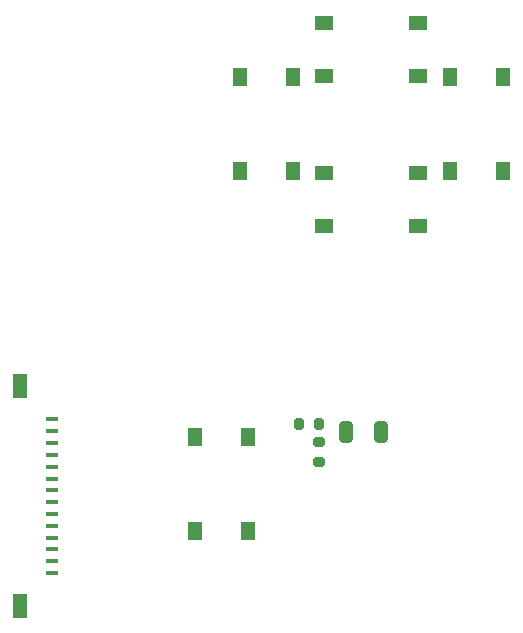
<source format=gtp>
%TF.GenerationSoftware,KiCad,Pcbnew,7.0.2-0*%
%TF.CreationDate,2025-01-26T18:28:18-07:00*%
%TF.ProjectId,RightMB,52696768-744d-4422-9e6b-696361645f70,rev?*%
%TF.SameCoordinates,Original*%
%TF.FileFunction,Paste,Top*%
%TF.FilePolarity,Positive*%
%FSLAX46Y46*%
G04 Gerber Fmt 4.6, Leading zero omitted, Abs format (unit mm)*
G04 Created by KiCad (PCBNEW 7.0.2-0) date 2025-01-26 18:28:18*
%MOMM*%
%LPD*%
G01*
G04 APERTURE LIST*
G04 Aperture macros list*
%AMRoundRect*
0 Rectangle with rounded corners*
0 $1 Rounding radius*
0 $2 $3 $4 $5 $6 $7 $8 $9 X,Y pos of 4 corners*
0 Add a 4 corners polygon primitive as box body*
4,1,4,$2,$3,$4,$5,$6,$7,$8,$9,$2,$3,0*
0 Add four circle primitives for the rounded corners*
1,1,$1+$1,$2,$3*
1,1,$1+$1,$4,$5*
1,1,$1+$1,$6,$7*
1,1,$1+$1,$8,$9*
0 Add four rect primitives between the rounded corners*
20,1,$1+$1,$2,$3,$4,$5,0*
20,1,$1+$1,$4,$5,$6,$7,0*
20,1,$1+$1,$6,$7,$8,$9,0*
20,1,$1+$1,$8,$9,$2,$3,0*%
G04 Aperture macros list end*
%ADD10R,1.300000X1.550000*%
%ADD11RoundRect,0.250000X-0.325000X-0.650000X0.325000X-0.650000X0.325000X0.650000X-0.325000X0.650000X0*%
%ADD12RoundRect,0.200000X0.275000X-0.200000X0.275000X0.200000X-0.275000X0.200000X-0.275000X-0.200000X0*%
%ADD13RoundRect,0.200000X-0.200000X-0.275000X0.200000X-0.275000X0.200000X0.275000X-0.200000X0.275000X0*%
%ADD14R,1.550000X1.300000*%
%ADD15R,1.000000X0.400000*%
%ADD16R,1.300000X2.000000*%
G04 APERTURE END LIST*
D10*
%TO.C,Y*%
X229580000Y-88735000D03*
X229580000Y-96685000D03*
X225080000Y-88735000D03*
X225080000Y-96685000D03*
%TD*%
D11*
%TO.C,33 nF*%
X234110000Y-118745000D03*
X237060000Y-118745000D03*
%TD*%
D10*
%TO.C,A*%
X247360000Y-88735000D03*
X247360000Y-96685000D03*
X242860000Y-88735000D03*
X242860000Y-96685000D03*
%TD*%
D12*
%TO.C,150*%
X231775000Y-121285000D03*
X231775000Y-119635000D03*
%TD*%
D10*
%TO.C,Home*%
X225770000Y-119215000D03*
X225770000Y-127165000D03*
X221270000Y-119215000D03*
X221270000Y-127165000D03*
%TD*%
D13*
%TO.C,270*%
X230125000Y-118110000D03*
X231775000Y-118110000D03*
%TD*%
D14*
%TO.C,B*%
X232245000Y-96810000D03*
X240195000Y-96810000D03*
X232245000Y-101310000D03*
X240195000Y-101310000D03*
%TD*%
D15*
%TO.C,FPC*%
X209190000Y-117706000D03*
X209190000Y-118706000D03*
X209190000Y-119706000D03*
X209190000Y-120706000D03*
X209190000Y-121706000D03*
X209190000Y-122706000D03*
X209190000Y-123706000D03*
X209190000Y-124706000D03*
X209190000Y-125706000D03*
X209190000Y-126706000D03*
X209190000Y-127706000D03*
X209190000Y-128706000D03*
X209190000Y-129706000D03*
X209190000Y-130706000D03*
D16*
X206490000Y-114906000D03*
X206490000Y-133506000D03*
%TD*%
D14*
%TO.C,X*%
X232245000Y-84110000D03*
X240195000Y-84110000D03*
X232245000Y-88610000D03*
X240195000Y-88610000D03*
%TD*%
M02*

</source>
